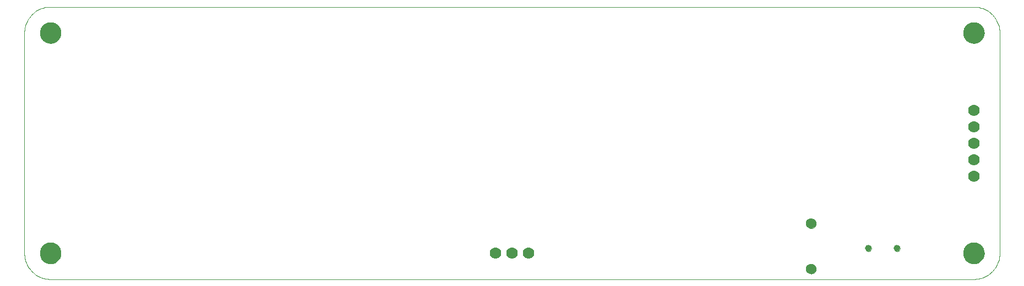
<source format=gbs>
G75*
G70*
%OFA0B0*%
%FSLAX24Y24*%
%IPPOS*%
%LPD*%
%AMOC8*
5,1,8,0,0,1.08239X$1,22.5*
%
%ADD10C,0.0000*%
%ADD11C,0.1300*%
%ADD12C,0.0394*%
%ADD13C,0.0700*%
%ADD14C,0.0631*%
D10*
X001725Y000937D02*
X057630Y000937D01*
X057000Y002512D02*
X057002Y002562D01*
X057008Y002612D01*
X057018Y002661D01*
X057032Y002709D01*
X057049Y002756D01*
X057070Y002801D01*
X057095Y002845D01*
X057123Y002886D01*
X057155Y002925D01*
X057189Y002962D01*
X057226Y002996D01*
X057266Y003026D01*
X057308Y003053D01*
X057352Y003077D01*
X057398Y003098D01*
X057445Y003114D01*
X057493Y003127D01*
X057543Y003136D01*
X057592Y003141D01*
X057643Y003142D01*
X057693Y003139D01*
X057742Y003132D01*
X057791Y003121D01*
X057839Y003106D01*
X057885Y003088D01*
X057930Y003066D01*
X057973Y003040D01*
X058014Y003011D01*
X058053Y002979D01*
X058089Y002944D01*
X058121Y002906D01*
X058151Y002866D01*
X058178Y002823D01*
X058201Y002779D01*
X058220Y002733D01*
X058236Y002685D01*
X058248Y002636D01*
X058256Y002587D01*
X058260Y002537D01*
X058260Y002487D01*
X058256Y002437D01*
X058248Y002388D01*
X058236Y002339D01*
X058220Y002291D01*
X058201Y002245D01*
X058178Y002201D01*
X058151Y002158D01*
X058121Y002118D01*
X058089Y002080D01*
X058053Y002045D01*
X058014Y002013D01*
X057973Y001984D01*
X057930Y001958D01*
X057885Y001936D01*
X057839Y001918D01*
X057791Y001903D01*
X057742Y001892D01*
X057693Y001885D01*
X057643Y001882D01*
X057592Y001883D01*
X057543Y001888D01*
X057493Y001897D01*
X057445Y001910D01*
X057398Y001926D01*
X057352Y001947D01*
X057308Y001971D01*
X057266Y001998D01*
X057226Y002028D01*
X057189Y002062D01*
X057155Y002099D01*
X057123Y002138D01*
X057095Y002179D01*
X057070Y002223D01*
X057049Y002268D01*
X057032Y002315D01*
X057018Y002363D01*
X057008Y002412D01*
X057002Y002462D01*
X057000Y002512D01*
X057630Y000937D02*
X057707Y000939D01*
X057784Y000945D01*
X057861Y000954D01*
X057937Y000967D01*
X058013Y000984D01*
X058087Y001005D01*
X058161Y001029D01*
X058233Y001057D01*
X058303Y001088D01*
X058372Y001123D01*
X058440Y001161D01*
X058505Y001202D01*
X058568Y001247D01*
X058629Y001295D01*
X058688Y001345D01*
X058744Y001398D01*
X058797Y001454D01*
X058847Y001513D01*
X058895Y001574D01*
X058940Y001637D01*
X058981Y001702D01*
X059019Y001770D01*
X059054Y001839D01*
X059085Y001909D01*
X059113Y001981D01*
X059137Y002055D01*
X059158Y002129D01*
X059175Y002205D01*
X059188Y002281D01*
X059197Y002358D01*
X059203Y002435D01*
X059205Y002512D01*
X059205Y015898D01*
X057000Y015898D02*
X057002Y015948D01*
X057008Y015998D01*
X057018Y016047D01*
X057032Y016095D01*
X057049Y016142D01*
X057070Y016187D01*
X057095Y016231D01*
X057123Y016272D01*
X057155Y016311D01*
X057189Y016348D01*
X057226Y016382D01*
X057266Y016412D01*
X057308Y016439D01*
X057352Y016463D01*
X057398Y016484D01*
X057445Y016500D01*
X057493Y016513D01*
X057543Y016522D01*
X057592Y016527D01*
X057643Y016528D01*
X057693Y016525D01*
X057742Y016518D01*
X057791Y016507D01*
X057839Y016492D01*
X057885Y016474D01*
X057930Y016452D01*
X057973Y016426D01*
X058014Y016397D01*
X058053Y016365D01*
X058089Y016330D01*
X058121Y016292D01*
X058151Y016252D01*
X058178Y016209D01*
X058201Y016165D01*
X058220Y016119D01*
X058236Y016071D01*
X058248Y016022D01*
X058256Y015973D01*
X058260Y015923D01*
X058260Y015873D01*
X058256Y015823D01*
X058248Y015774D01*
X058236Y015725D01*
X058220Y015677D01*
X058201Y015631D01*
X058178Y015587D01*
X058151Y015544D01*
X058121Y015504D01*
X058089Y015466D01*
X058053Y015431D01*
X058014Y015399D01*
X057973Y015370D01*
X057930Y015344D01*
X057885Y015322D01*
X057839Y015304D01*
X057791Y015289D01*
X057742Y015278D01*
X057693Y015271D01*
X057643Y015268D01*
X057592Y015269D01*
X057543Y015274D01*
X057493Y015283D01*
X057445Y015296D01*
X057398Y015312D01*
X057352Y015333D01*
X057308Y015357D01*
X057266Y015384D01*
X057226Y015414D01*
X057189Y015448D01*
X057155Y015485D01*
X057123Y015524D01*
X057095Y015565D01*
X057070Y015609D01*
X057049Y015654D01*
X057032Y015701D01*
X057018Y015749D01*
X057008Y015798D01*
X057002Y015848D01*
X057000Y015898D01*
X057630Y017473D02*
X057707Y017471D01*
X057784Y017465D01*
X057861Y017456D01*
X057937Y017443D01*
X058013Y017426D01*
X058087Y017405D01*
X058161Y017381D01*
X058233Y017353D01*
X058303Y017322D01*
X058372Y017287D01*
X058440Y017249D01*
X058505Y017208D01*
X058568Y017163D01*
X058629Y017115D01*
X058688Y017065D01*
X058744Y017012D01*
X058797Y016956D01*
X058847Y016897D01*
X058895Y016836D01*
X058940Y016773D01*
X058981Y016708D01*
X059019Y016640D01*
X059054Y016571D01*
X059085Y016501D01*
X059113Y016429D01*
X059137Y016355D01*
X059158Y016281D01*
X059175Y016205D01*
X059188Y016129D01*
X059197Y016052D01*
X059203Y015975D01*
X059205Y015898D01*
X057630Y017473D02*
X001725Y017473D01*
X001095Y015898D02*
X001097Y015948D01*
X001103Y015998D01*
X001113Y016047D01*
X001127Y016095D01*
X001144Y016142D01*
X001165Y016187D01*
X001190Y016231D01*
X001218Y016272D01*
X001250Y016311D01*
X001284Y016348D01*
X001321Y016382D01*
X001361Y016412D01*
X001403Y016439D01*
X001447Y016463D01*
X001493Y016484D01*
X001540Y016500D01*
X001588Y016513D01*
X001638Y016522D01*
X001687Y016527D01*
X001738Y016528D01*
X001788Y016525D01*
X001837Y016518D01*
X001886Y016507D01*
X001934Y016492D01*
X001980Y016474D01*
X002025Y016452D01*
X002068Y016426D01*
X002109Y016397D01*
X002148Y016365D01*
X002184Y016330D01*
X002216Y016292D01*
X002246Y016252D01*
X002273Y016209D01*
X002296Y016165D01*
X002315Y016119D01*
X002331Y016071D01*
X002343Y016022D01*
X002351Y015973D01*
X002355Y015923D01*
X002355Y015873D01*
X002351Y015823D01*
X002343Y015774D01*
X002331Y015725D01*
X002315Y015677D01*
X002296Y015631D01*
X002273Y015587D01*
X002246Y015544D01*
X002216Y015504D01*
X002184Y015466D01*
X002148Y015431D01*
X002109Y015399D01*
X002068Y015370D01*
X002025Y015344D01*
X001980Y015322D01*
X001934Y015304D01*
X001886Y015289D01*
X001837Y015278D01*
X001788Y015271D01*
X001738Y015268D01*
X001687Y015269D01*
X001638Y015274D01*
X001588Y015283D01*
X001540Y015296D01*
X001493Y015312D01*
X001447Y015333D01*
X001403Y015357D01*
X001361Y015384D01*
X001321Y015414D01*
X001284Y015448D01*
X001250Y015485D01*
X001218Y015524D01*
X001190Y015565D01*
X001165Y015609D01*
X001144Y015654D01*
X001127Y015701D01*
X001113Y015749D01*
X001103Y015798D01*
X001097Y015848D01*
X001095Y015898D01*
X000150Y015898D02*
X000152Y015975D01*
X000158Y016052D01*
X000167Y016129D01*
X000180Y016205D01*
X000197Y016281D01*
X000218Y016355D01*
X000242Y016429D01*
X000270Y016501D01*
X000301Y016571D01*
X000336Y016640D01*
X000374Y016708D01*
X000415Y016773D01*
X000460Y016836D01*
X000508Y016897D01*
X000558Y016956D01*
X000611Y017012D01*
X000667Y017065D01*
X000726Y017115D01*
X000787Y017163D01*
X000850Y017208D01*
X000915Y017249D01*
X000983Y017287D01*
X001052Y017322D01*
X001122Y017353D01*
X001194Y017381D01*
X001268Y017405D01*
X001342Y017426D01*
X001418Y017443D01*
X001494Y017456D01*
X001571Y017465D01*
X001648Y017471D01*
X001725Y017473D01*
X000150Y015898D02*
X000150Y002512D01*
X001095Y002512D02*
X001097Y002562D01*
X001103Y002612D01*
X001113Y002661D01*
X001127Y002709D01*
X001144Y002756D01*
X001165Y002801D01*
X001190Y002845D01*
X001218Y002886D01*
X001250Y002925D01*
X001284Y002962D01*
X001321Y002996D01*
X001361Y003026D01*
X001403Y003053D01*
X001447Y003077D01*
X001493Y003098D01*
X001540Y003114D01*
X001588Y003127D01*
X001638Y003136D01*
X001687Y003141D01*
X001738Y003142D01*
X001788Y003139D01*
X001837Y003132D01*
X001886Y003121D01*
X001934Y003106D01*
X001980Y003088D01*
X002025Y003066D01*
X002068Y003040D01*
X002109Y003011D01*
X002148Y002979D01*
X002184Y002944D01*
X002216Y002906D01*
X002246Y002866D01*
X002273Y002823D01*
X002296Y002779D01*
X002315Y002733D01*
X002331Y002685D01*
X002343Y002636D01*
X002351Y002587D01*
X002355Y002537D01*
X002355Y002487D01*
X002351Y002437D01*
X002343Y002388D01*
X002331Y002339D01*
X002315Y002291D01*
X002296Y002245D01*
X002273Y002201D01*
X002246Y002158D01*
X002216Y002118D01*
X002184Y002080D01*
X002148Y002045D01*
X002109Y002013D01*
X002068Y001984D01*
X002025Y001958D01*
X001980Y001936D01*
X001934Y001918D01*
X001886Y001903D01*
X001837Y001892D01*
X001788Y001885D01*
X001738Y001882D01*
X001687Y001883D01*
X001638Y001888D01*
X001588Y001897D01*
X001540Y001910D01*
X001493Y001926D01*
X001447Y001947D01*
X001403Y001971D01*
X001361Y001998D01*
X001321Y002028D01*
X001284Y002062D01*
X001250Y002099D01*
X001218Y002138D01*
X001190Y002179D01*
X001165Y002223D01*
X001144Y002268D01*
X001127Y002315D01*
X001113Y002363D01*
X001103Y002412D01*
X001097Y002462D01*
X001095Y002512D01*
X000150Y002512D02*
X000152Y002435D01*
X000158Y002358D01*
X000167Y002281D01*
X000180Y002205D01*
X000197Y002129D01*
X000218Y002055D01*
X000242Y001981D01*
X000270Y001909D01*
X000301Y001839D01*
X000336Y001770D01*
X000374Y001702D01*
X000415Y001637D01*
X000460Y001574D01*
X000508Y001513D01*
X000558Y001454D01*
X000611Y001398D01*
X000667Y001345D01*
X000726Y001295D01*
X000787Y001247D01*
X000850Y001202D01*
X000915Y001161D01*
X000983Y001123D01*
X001052Y001088D01*
X001122Y001057D01*
X001194Y001029D01*
X001268Y001005D01*
X001342Y000984D01*
X001418Y000967D01*
X001494Y000954D01*
X001571Y000945D01*
X001648Y000939D01*
X001725Y000937D01*
X047493Y001567D02*
X047495Y001601D01*
X047501Y001635D01*
X047511Y001668D01*
X047524Y001699D01*
X047542Y001729D01*
X047562Y001757D01*
X047586Y001782D01*
X047612Y001804D01*
X047640Y001822D01*
X047671Y001838D01*
X047703Y001850D01*
X047737Y001858D01*
X047771Y001862D01*
X047805Y001862D01*
X047839Y001858D01*
X047873Y001850D01*
X047905Y001838D01*
X047935Y001822D01*
X047964Y001804D01*
X047990Y001782D01*
X048014Y001757D01*
X048034Y001729D01*
X048052Y001699D01*
X048065Y001668D01*
X048075Y001635D01*
X048081Y001601D01*
X048083Y001567D01*
X048081Y001533D01*
X048075Y001499D01*
X048065Y001466D01*
X048052Y001435D01*
X048034Y001405D01*
X048014Y001377D01*
X047990Y001352D01*
X047964Y001330D01*
X047936Y001312D01*
X047905Y001296D01*
X047873Y001284D01*
X047839Y001276D01*
X047805Y001272D01*
X047771Y001272D01*
X047737Y001276D01*
X047703Y001284D01*
X047671Y001296D01*
X047640Y001312D01*
X047612Y001330D01*
X047586Y001352D01*
X047562Y001377D01*
X047542Y001405D01*
X047524Y001435D01*
X047511Y001466D01*
X047501Y001499D01*
X047495Y001533D01*
X047493Y001567D01*
X051075Y002807D02*
X051077Y002833D01*
X051083Y002859D01*
X051093Y002884D01*
X051106Y002907D01*
X051122Y002927D01*
X051142Y002945D01*
X051164Y002960D01*
X051187Y002972D01*
X051213Y002980D01*
X051239Y002984D01*
X051265Y002984D01*
X051291Y002980D01*
X051317Y002972D01*
X051341Y002960D01*
X051362Y002945D01*
X051382Y002927D01*
X051398Y002907D01*
X051411Y002884D01*
X051421Y002859D01*
X051427Y002833D01*
X051429Y002807D01*
X051427Y002781D01*
X051421Y002755D01*
X051411Y002730D01*
X051398Y002707D01*
X051382Y002687D01*
X051362Y002669D01*
X051340Y002654D01*
X051317Y002642D01*
X051291Y002634D01*
X051265Y002630D01*
X051239Y002630D01*
X051213Y002634D01*
X051187Y002642D01*
X051163Y002654D01*
X051142Y002669D01*
X051122Y002687D01*
X051106Y002707D01*
X051093Y002730D01*
X051083Y002755D01*
X051077Y002781D01*
X051075Y002807D01*
X052808Y002807D02*
X052810Y002833D01*
X052816Y002859D01*
X052826Y002884D01*
X052839Y002907D01*
X052855Y002927D01*
X052875Y002945D01*
X052897Y002960D01*
X052920Y002972D01*
X052946Y002980D01*
X052972Y002984D01*
X052998Y002984D01*
X053024Y002980D01*
X053050Y002972D01*
X053074Y002960D01*
X053095Y002945D01*
X053115Y002927D01*
X053131Y002907D01*
X053144Y002884D01*
X053154Y002859D01*
X053160Y002833D01*
X053162Y002807D01*
X053160Y002781D01*
X053154Y002755D01*
X053144Y002730D01*
X053131Y002707D01*
X053115Y002687D01*
X053095Y002669D01*
X053073Y002654D01*
X053050Y002642D01*
X053024Y002634D01*
X052998Y002630D01*
X052972Y002630D01*
X052946Y002634D01*
X052920Y002642D01*
X052896Y002654D01*
X052875Y002669D01*
X052855Y002687D01*
X052839Y002707D01*
X052826Y002730D01*
X052816Y002755D01*
X052810Y002781D01*
X052808Y002807D01*
X047493Y004323D02*
X047495Y004357D01*
X047501Y004391D01*
X047511Y004424D01*
X047524Y004455D01*
X047542Y004485D01*
X047562Y004513D01*
X047586Y004538D01*
X047612Y004560D01*
X047640Y004578D01*
X047671Y004594D01*
X047703Y004606D01*
X047737Y004614D01*
X047771Y004618D01*
X047805Y004618D01*
X047839Y004614D01*
X047873Y004606D01*
X047905Y004594D01*
X047935Y004578D01*
X047964Y004560D01*
X047990Y004538D01*
X048014Y004513D01*
X048034Y004485D01*
X048052Y004455D01*
X048065Y004424D01*
X048075Y004391D01*
X048081Y004357D01*
X048083Y004323D01*
X048081Y004289D01*
X048075Y004255D01*
X048065Y004222D01*
X048052Y004191D01*
X048034Y004161D01*
X048014Y004133D01*
X047990Y004108D01*
X047964Y004086D01*
X047936Y004068D01*
X047905Y004052D01*
X047873Y004040D01*
X047839Y004032D01*
X047805Y004028D01*
X047771Y004028D01*
X047737Y004032D01*
X047703Y004040D01*
X047671Y004052D01*
X047640Y004068D01*
X047612Y004086D01*
X047586Y004108D01*
X047562Y004133D01*
X047542Y004161D01*
X047524Y004191D01*
X047511Y004222D01*
X047501Y004255D01*
X047495Y004289D01*
X047493Y004323D01*
D11*
X057630Y002512D03*
X057630Y015898D03*
X001725Y015898D03*
X001725Y002512D03*
D12*
X051252Y002807D03*
X052985Y002807D03*
D13*
X057630Y007205D03*
X057630Y008205D03*
X057630Y009205D03*
X057630Y010205D03*
X057630Y011205D03*
X030678Y002512D03*
X029678Y002512D03*
X028678Y002512D03*
D14*
X047788Y001567D03*
X047788Y004323D03*
M02*

</source>
